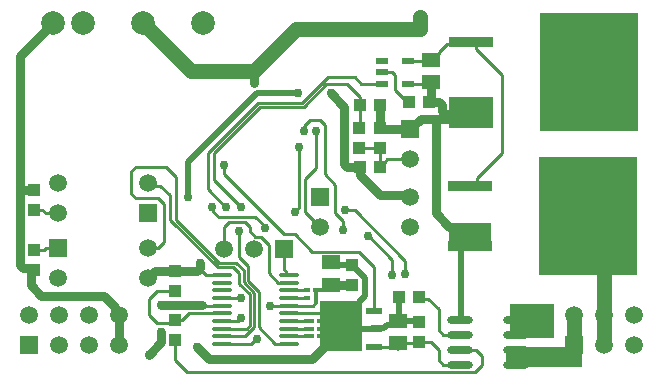
<source format=gtl>
%FSDAX24Y24*%
%MOIN*%
%SFA1B1*%

%IPPOS*%
%AMD25*
4,1,8,0.063000,-0.018700,0.063000,0.018700,0.044300,0.037400,-0.044300,0.037400,-0.063000,0.018700,-0.063000,-0.018700,-0.044300,-0.037400,0.044300,-0.037400,0.063000,-0.018700,0.0*
%
%ADD13C,0.010000*%
%ADD18O,0.086610X0.023620*%
%ADD19R,0.043310X0.039370*%
%ADD20R,0.039370X0.043310*%
%ADD21R,0.151580X0.037400*%
%ADD22R,0.330710X0.397640*%
%ADD23R,0.055120X0.023620*%
%ADD24R,0.070870X0.023620*%
G04~CAMADD=25~4~0.0~0.0~748.0~1259.8~0.0~187.0~0~0.0~0.0~0.0~0.0~0~0.0~0.0~0.0~0.0~0~0.0~0.0~0.0~270.0~1260.0~748.0*
%ADD25D25*%
%ADD26R,0.039370X0.023620*%
%ADD27O,0.070870X0.013780*%
%ADD28R,0.059060X0.051180*%
%ADD53C,0.030000*%
%ADD54C,0.020000*%
%ADD55C,0.050000*%
%ADD56R,0.035000X0.015310*%
%ADD57R,0.038900X0.015310*%
%ADD58R,0.024960X0.015310*%
%ADD59R,0.140000X0.170000*%
%ADD60R,0.140000X0.070000*%
%ADD61R,0.145000X0.085000*%
%ADD62R,0.150000X0.115000*%
%ADD63R,0.255000X0.070000*%
%ADD64R,0.059060X0.059060*%
%ADD65C,0.059060*%
%ADD66C,0.078740*%
%ADD67R,0.059060X0.059060*%
%ADD68C,0.030000*%
%ADD69C,0.050000*%
%LNde-180824-1*%
%LPD*%
G54D13*
X010280Y002623D02*
Y003003D01*
X010210Y002528D02*
X010321Y002638D01*
Y003019D02*
X010347Y003045D01*
X010321Y002638D02*
Y003019D01*
X010347Y003045D02*
X010619D01*
X010800Y003226*
X009422Y003039D02*
X010039D01*
X010050Y003050*
X009422Y002783D02*
X010033D01*
X010050Y002800*
X009422Y002528D02*
X010210D01*
X008791D02*
X009422D01*
Y002016D02*
X009983D01*
X010000Y002000*
X009422Y001760D02*
X009989D01*
X010000Y001750*
X009422Y001504D02*
X009423Y001503D01*
X010001*
X001234Y004384D02*
X001300Y004450D01*
X001700*
X000900Y004384D02*
X001234D01*
X000900D02*
X000965Y004450D01*
X000900Y005715D02*
X001184D01*
X001300Y005600D02*
X001700D01*
X001184Y005715D02*
X001300Y005600D01*
X009903Y008353D02*
X009926Y008376D01*
Y008526*
X010100Y008700*
X010450D02*
X010600Y008550D01*
X010100Y008700D02*
X010450D01*
X010600Y006900D02*
Y008550D01*
X010950Y005598D02*
Y006550D01*
X010600Y006900D02*
X010950Y006550D01*
Y005598D02*
X011200Y005348D01*
Y005050D02*
Y005348D01*
X011261Y005711D02*
X011272Y005700D01*
X011600*
X013283Y004016*
X015600Y000300D02*
X015850Y000550D01*
X005600Y000700D02*
X006000Y000300D01*
X015600*
X005600Y000700D02*
Y001365D01*
X015850Y000550D02*
Y000850D01*
X015100Y001050D02*
X015650D01*
X015850Y000850*
X014550Y000550D02*
X015100D01*
X014400Y000700D02*
X014550Y000550D01*
X014400Y000700D02*
Y001050D01*
X014550Y001550D02*
X015100D01*
X014400Y001700D02*
X014550Y001550D01*
X014400Y001700D02*
Y002400D01*
X014050Y002750D02*
X014400Y002400D01*
X013747Y002750D02*
X014050D01*
X015682Y006782D02*
X016500Y007600D01*
Y010200*
X015632Y011067D02*
X016500Y010200D01*
X009422Y002272D02*
X010678D01*
X009214D02*
X009422D01*
X012966Y001159D02*
X013060Y001065D01*
X012850Y003550D02*
Y004050D01*
X013283Y003566D02*
Y004016D01*
X008450Y009150D02*
X009900D01*
X006700Y007600D02*
X008385Y009285D01*
X009835D02*
X010700Y010150D01*
X006900Y007600D02*
X008450Y009150D01*
X009900D02*
X010650Y009900D01*
X008385Y009285D02*
X009835D01*
X006700Y006400D02*
Y007600D01*
X006900Y006700D02*
Y007600D01*
X007250Y006900D02*
Y007200D01*
X011765Y008465D02*
Y009481D01*
X006900Y006700D02*
X007800Y005800D01*
X010700Y010150D02*
X011600D01*
X010650Y009900D02*
X011347D01*
X011765Y009481*
X006500Y003689D02*
X006639Y003550D01*
X006452Y003848D02*
X006500Y003800D01*
X006639Y003550D02*
X007176D01*
X006500Y003689D02*
Y003800D01*
X007176Y003550D02*
X007178Y003551D01*
X007076Y003950D02*
X007650D01*
X005450Y005385D02*
Y006200D01*
X005650Y005376D02*
Y006800D01*
X005450Y005385D02*
X007035Y003800D01*
X005650Y005376D02*
X007076Y003950D01*
X007035Y003800D02*
X007550D01*
X007178Y001248D02*
X008148D01*
X008316Y001416D02*
X008333D01*
X008148Y001248D02*
X008316Y001416D01*
X004750Y002225D02*
X005025Y001950D01*
X005515D02*
X005607Y002042D01*
X005025Y001950D02*
X005515D01*
X004750Y002225D02*
Y002750D01*
X007954Y001504D02*
X008250Y001800D01*
X007178Y001504D02*
X007954D01*
X008250Y001800D02*
Y002947D01*
X008100Y001865D02*
Y002906D01*
X007995Y001760D02*
X008100Y001865D01*
X007178Y001760D02*
X007995D01*
X008789Y002526D02*
X008791Y002528D01*
X008602Y005123D02*
Y005168D01*
X008282Y005487D02*
X008602Y005168D01*
X007178Y002783D02*
X007798D01*
X007799Y002783*
X008400Y001800D02*
Y002988D01*
X007900Y003297D02*
Y003700D01*
X007750Y003256D02*
Y003600D01*
Y003256D02*
X008100Y002906D01*
X008050Y003338D02*
X008400Y002988D01*
X008050Y003338D02*
Y003850D01*
X007178Y002783D02*
X007178Y002783D01*
X007900Y003297D02*
X008250Y002947D01*
X008400Y001800D02*
X008951Y001248D01*
X007178Y002016D02*
X007716D01*
X007800Y002100*
X007745D02*
X007800D01*
X011824Y009926D02*
X012500D01*
X011600Y010150D02*
X011824Y009926D01*
X007250Y006900D02*
X009250Y004900D01*
X006888Y005661D02*
Y005761D01*
X006850Y005800D02*
X006888Y005761D01*
Y005661D02*
X007062Y005487D01*
X006700Y006400D02*
X007287Y005812D01*
X007062Y005487D02*
X008282D01*
X009250Y004900D02*
X009600D01*
X011130Y004314D02*
X011145Y004300D01*
X011750*
X010185Y004314D02*
X011130D01*
X009600Y004900D02*
X010185Y004314D01*
X011750Y004300D02*
X012248Y003802D01*
Y002340D02*
Y003802D01*
X012062Y004837D02*
X012850Y004050D01*
X012037Y004837D02*
X012062D01*
X009600Y005650D02*
X009750Y005800D01*
X010300Y007100D02*
Y008350D01*
X009950Y006750D02*
X010300Y007100D01*
X009750Y005800D02*
Y007800D01*
X009950Y005650D02*
Y006750D01*
Y005650D02*
X010450Y005150D01*
X008276Y004824D02*
X008476D01*
X008100Y005000D02*
Y005150D01*
Y005000D02*
X008276Y004824D01*
X008476D02*
X008750Y004550D01*
X007950Y005300D02*
X008100Y005150D01*
X007250D02*
X007400Y005300D01*
X007950*
X007750Y004150D02*
Y005000D01*
X008750Y003600D02*
Y004550D01*
X007750Y004150D02*
X008050Y003850D01*
X013366Y009925D02*
X014099D01*
X014150Y009976*
X005300Y007150D02*
X005650Y006800D01*
X005126Y006523D02*
X005450Y006200D01*
X004700Y004450D02*
X005050D01*
X005250Y004650D02*
Y005900D01*
X005050Y004450D02*
X005250Y004650D01*
X004300Y007150D02*
X005300D01*
X004150Y007000D02*
X004300Y007150D01*
X004150Y006250D02*
Y007000D01*
Y006250D02*
X004300Y006100D01*
X005050D02*
X005250Y005900D01*
X004300Y006100D02*
X005050D01*
X010678Y002272D02*
X010700Y002250D01*
X007250Y004400D02*
Y005150D01*
X008750Y003600D02*
X009054Y003295D01*
X009421*
X009422Y003295*
X008951Y001248D02*
X009422D01*
X007650Y003950D02*
X007900Y003700D01*
X007550Y003800D02*
X007750Y003600D01*
X004750Y002750D02*
X005015Y003015D01*
X005600*
X006522Y002528D02*
X007178D01*
X006500Y002550D02*
X006522Y002528D01*
X013050Y001276D02*
X013710D01*
X013750Y001315*
X014134*
X014400Y001050*
X004776Y006523D02*
X005126D01*
X004700Y006600D02*
X004776Y006523D01*
X005607Y002042D02*
X005842D01*
X006072Y002272D02*
X007178D01*
X005842Y002042D02*
X006072Y002272D01*
X009307Y003569D02*
X009325Y003551D01*
X009250Y003723D02*
X009307Y003665D01*
Y003569D02*
Y003665D01*
X009325Y003551D02*
X009422D01*
X009250Y003723D02*
Y004400D01*
X012248Y001159D02*
X012966D01*
X015682Y006637D02*
Y006782D01*
X015450Y006500D02*
X015545D01*
X015682Y006637*
X015632Y011067D02*
Y011163D01*
X015482Y011300D02*
X015495D01*
X015632Y011163*
X014395Y010929D02*
Y010969D01*
X014150Y010724D02*
X014189D01*
X015436Y011253D02*
X015482Y011300D01*
X014679Y011253D02*
X015436D01*
X014395Y010969D02*
X014679Y011253D01*
X014189Y010724D02*
X014395Y010929D01*
X013366Y010674D02*
X014100D01*
X014150Y010724*
X013203Y009446D02*
X013268D01*
X012950Y009700D02*
X013203Y009446D01*
X013268D02*
X013415Y009300D01*
X012950Y009700D02*
Y010200D01*
X012850Y010300D02*
X012950Y010200D01*
X012500Y010300D02*
X012850D01*
X011750Y008450D02*
X011765Y008465D01*
X011750Y007780D02*
X012450D01*
Y007165D02*
Y007780D01*
X012434Y007150D02*
X012450Y007165D01*
X012601Y007316D02*
X012684Y007400D01*
X013450*
X012601Y007296D02*
Y007316D01*
X012454Y007150D02*
X012601Y007296D01*
X001606Y005693D02*
X001700Y005600D01*
G54D18*
X015100Y002050D03*
Y001550D03*
Y001050D03*
Y000550D03*
X016989Y002050D03*
Y001550D03*
Y001050D03*
Y000550D03*
G54D19*
X013734Y002800D03*
X013065D03*
X013415Y009300D03*
X014084D03*
X011765Y007150D03*
X012434D03*
X011765Y009200D03*
X012434D03*
G54D20*
X005600Y003015D03*
Y003684D03*
Y001365D03*
Y002034D03*
X000900Y005715D03*
Y006384D03*
Y004384D03*
Y003715D03*
X013750Y001315D03*
Y001984D03*
X011750Y007780D03*
Y008450D03*
X012450Y007780D03*
Y008450D03*
X011500Y003215D03*
Y003884D03*
G54D21*
X015450Y006500D03*
Y004500D03*
X015482Y011300D03*
Y009300D03*
G54D22*
X019367Y005500D03*
X019400Y010300D03*
G54D23*
X012248Y001159D03*
Y002340D03*
G54D24*
X012169Y001750D03*
G54D25*
X011185Y001750D03*
G54D26*
X013366Y010674D03*
Y009925D03*
X012500Y010673D03*
Y009926D03*
Y010300D03*
G54D27*
X009422Y001248D03*
Y001504D03*
Y001760D03*
Y002016D03*
Y002272D03*
Y002528D03*
Y002783D03*
Y003039D03*
Y003295D03*
Y003551D03*
X007178Y001248D03*
Y001504D03*
Y001760D03*
Y002016D03*
Y002272D03*
Y002528D03*
Y002783D03*
Y003039D03*
Y003295D03*
Y003551D03*
G54D28*
X014150Y010724D03*
Y009976D03*
X013050Y001276D03*
Y002024D03*
X010800Y003226D03*
Y003974D03*
G54D53*
X006350Y001150D02*
X006750Y000750D01*
X010185*
X010585Y001150*
X010600*
Y001165*
X011185Y001750*
X011171Y001636D02*
X011235Y001700D01*
X010800Y003226D02*
X011489D01*
X014300Y008750D02*
X015050D01*
X013800D02*
X014300D01*
Y005600D02*
Y008750D01*
X014750Y005150D02*
X014900D01*
X014300Y005600D02*
X014750Y005150D01*
X014900D02*
X015050Y005000D01*
X006452Y003782D02*
Y003848D01*
X005600Y003684D02*
X006353D01*
X004943D02*
X005600D01*
X006452Y003848D02*
Y003959D01*
X008250Y009935D02*
Y010350D01*
X010800Y009600D02*
X011250Y009150D01*
X006353Y003684D02*
X006452Y003782D01*
X004742Y000892D02*
X005150Y001300D01*
Y001650*
Y002550D02*
X006500D01*
X011250Y007250D02*
X011350Y007150D01*
X011250Y007250D02*
Y009150D01*
X011350Y007150D02*
X011765D01*
X013450Y008400D02*
X013800Y008750D01*
X014423Y009300D02*
X014521Y009201D01*
Y008998D02*
X014619Y008900D01*
X014900*
X014521Y008998D02*
Y009201D01*
X014103Y009300D02*
X014423D01*
X014084D02*
X014103D01*
X014900Y008900D02*
X015050Y008750D01*
X014150Y009346D02*
Y009976D01*
X014103Y009300D02*
X014150Y009346D01*
X012434Y009200D02*
X012450Y009184D01*
Y008450D02*
Y009184D01*
Y008446D02*
Y008450D01*
X012496Y008400D02*
X013450D01*
X012450Y008446D02*
X012496Y008400D01*
X004708Y003450D02*
X004943Y003684D01*
X004700Y003450D02*
X004708D01*
X012450Y006200D02*
X013400D01*
X013450Y006150*
X011783Y006866D02*
Y007131D01*
X011765Y007150D02*
X011783Y007131D01*
Y006866D02*
X012450Y006200D01*
X000450Y006350D02*
Y010850D01*
Y003875D02*
Y006350D01*
X000484Y006384D02*
X000900D01*
X000450Y006350D02*
X000484Y006384D01*
X000853Y003715D02*
Y003777D01*
X000450Y003875D02*
X000548Y003777D01*
X000853*
X000450Y010850D02*
X001550Y011950D01*
X000800Y003200D02*
Y003715D01*
Y003200D02*
X001150Y002850D01*
X003250D02*
X003627Y002472D01*
X001150Y002850D02*
X003250D01*
X003627Y002450D02*
Y002472D01*
X003750Y002250D02*
Y002328D01*
X003627Y002450D02*
X003750Y002328D01*
Y001250D02*
Y002250D01*
G54D54*
X015150Y002050D02*
Y005000D01*
X011950Y002850D02*
Y003434D01*
X011596Y003768D02*
X011616D01*
X011950Y003434*
X012169Y001750D02*
X012187Y001768D01*
X012576*
X012688Y001879D02*
X012905D01*
X012576Y001768D02*
X012688Y001879D01*
X012905D02*
X013050Y002024D01*
X013065Y002039D02*
Y002800D01*
X013050Y002024D02*
X013065Y002039D01*
X008350Y009600D02*
X009700D01*
X006050Y007300D02*
X008350Y009600D01*
X006050Y006150D02*
Y007300D01*
X011600Y002500D02*
X011650D01*
X011750Y002600D02*
Y002650D01*
X011950Y002850*
X011500Y003865D02*
Y003884D01*
X011650Y002500D02*
X011750Y002600D01*
X011500Y003865D02*
X011596Y003768D01*
X010800Y003974D02*
X010889Y003884D01*
X011500*
X013050Y002024D02*
X013710D01*
X013750Y001984*
G54D55*
X018900Y001200D02*
Y002200D01*
X019900Y001200D02*
Y002200D01*
X019750Y005050D02*
Y005950D01*
Y006850*
Y004150D02*
Y005050D01*
Y004150D02*
X019900Y004000D01*
X009649Y011749D02*
X013779D01*
X008250Y010350D02*
X009649Y011749D01*
X013783Y011752D02*
Y012149D01*
X013779Y011749D02*
X013783Y011752D01*
X004550Y011950D02*
X006150Y010350D01*
X008250*
X019900Y002200D02*
Y004000D01*
G54D56*
X010510Y001502D03*
X010514Y001755D03*
X010516Y002013D03*
X010079Y002016D03*
X010077Y001756D03*
X010073Y001504D03*
G54D57*
X010425Y003045D03*
G54D58*
X010023Y002786D03*
X010025Y003044D03*
G54D59*
X011150Y001850D03*
G54D60*
X015450Y004950D03*
G54D61*
X015475Y008875D03*
G54D62*
X017500Y002025D03*
G54D63*
X017925Y000800D03*
G54D64*
X010450Y006150D03*
X000750Y001200D03*
X018900D03*
X004700Y005600D03*
X001700Y004450D03*
X009250Y004400D03*
G54D65*
X010450Y005150D03*
X013450Y006150D03*
Y005150D03*
X000750Y002200D03*
X001750Y001200D03*
Y002200D03*
X002750Y001200D03*
Y002200D03*
X003750Y001200D03*
Y002200D03*
X018900D03*
X019900Y001200D03*
Y002200D03*
X020900Y001200D03*
Y002200D03*
X001700Y006600D03*
Y005600D03*
X004700Y006600D03*
Y003450D03*
Y004450D03*
X001700Y003450D03*
X008250Y004400D03*
X007250D03*
X013450Y007400D03*
G54D66*
X001550Y011950D03*
X002550D03*
X004550D03*
X006550D03*
G54D67*
X013450Y008400D03*
G54D68*
X006350Y001150D03*
X009903Y008353D03*
X011200Y005050D03*
X011261Y005711D03*
X013779Y011749D03*
X013783Y012149D03*
X012850Y003550D03*
X013283Y003566D03*
X008250Y009935D03*
X006050Y006150D03*
X007250Y007200D03*
X009700Y009600D03*
X010800D03*
X006452Y003959D03*
X008333Y001416D03*
X005150Y001650D03*
Y002550D03*
X004742Y000892D03*
X008789Y002526D03*
X008602Y005123D03*
X007799Y002783D03*
X007800Y002100D03*
X007325Y005800D03*
X007800D03*
X006850D03*
X012037Y004837D03*
X009600Y005650D03*
X010300Y008350D03*
X008250Y010350D03*
X007750Y005000D03*
X009750Y007800D03*
G54D69*
X018000Y002350D03*
Y001750D03*
X015850Y005000D03*
X015050D03*
Y008750D03*
X015850D03*
X020600Y006850D03*
Y005950D03*
Y005050D03*
Y004150D03*
X019750D03*
Y005050D03*
Y005950D03*
Y006850D03*
X018750Y011700D03*
Y010800D03*
Y009900D03*
Y009000D03*
X019600Y011700D03*
Y010800D03*
Y009900D03*
Y009000D03*
X020450D03*
Y009900D03*
Y010800D03*
Y011700D03*
M02*
</source>
